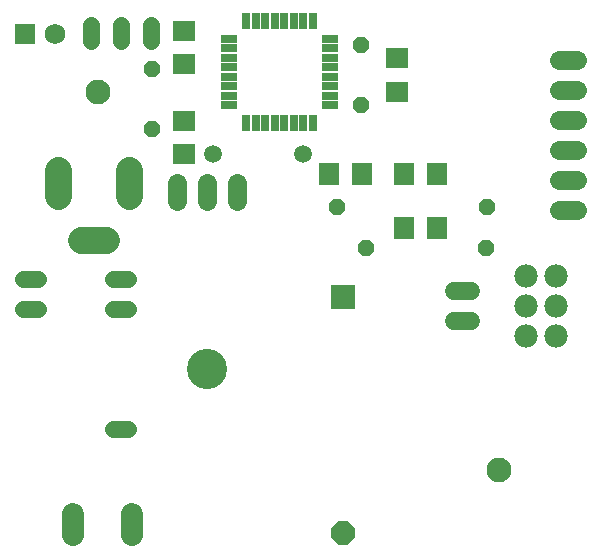
<source format=gbs>
G04 EAGLE Gerber RS-274X export*
G75*
%MOMM*%
%FSLAX34Y34*%
%LPD*%
%INBottom Solder Mask*%
%IPPOS*%
%AMOC8*
5,1,8,0,0,1.08239X$1,22.5*%
G01*
%ADD10C,2.101600*%
%ADD11C,1.509600*%
%ADD12P,1.539592X8X202.500000*%
%ADD13C,1.892300*%
%ADD14C,1.409600*%
%ADD15C,1.625600*%
%ADD16C,3.403600*%
%ADD17P,1.539592X8X112.500000*%
%ADD18R,1.752600X1.752600*%
%ADD19C,1.752600*%
%ADD20R,1.701600X1.904600*%
%ADD21R,1.904600X1.701600*%
%ADD22R,2.032000X2.032000*%
%ADD23P,2.199416X8X202.500000*%
%ADD24R,0.660400X1.371600*%
%ADD25R,1.371600X0.660400*%
%ADD26R,1.901600X1.701600*%
%ADD27C,1.981200*%
%ADD28P,1.539592X8X292.500000*%
%ADD29C,1.422400*%
%ADD30C,1.524000*%
%ADD31C,2.286000*%


D10*
X419680Y90020D03*
X79680Y410020D03*
D11*
X177640Y356800D03*
X253840Y356800D03*
D12*
X408700Y277260D03*
X307100Y277260D03*
D13*
X58820Y52134D02*
X58820Y34227D01*
X108820Y34227D02*
X108820Y52134D01*
D14*
X29400Y251460D02*
X16320Y251460D01*
X16320Y226060D02*
X29400Y226060D01*
X92520Y124460D02*
X105600Y124460D01*
X105600Y251460D02*
X92520Y251460D01*
X92520Y226060D02*
X105600Y226060D01*
D15*
X197420Y317500D02*
X197420Y332740D01*
X172020Y332740D02*
X172020Y317500D01*
X146620Y317500D02*
X146620Y332740D01*
D16*
X172020Y175260D03*
D17*
X125620Y378080D03*
X125620Y428880D03*
D18*
X17880Y459120D03*
D19*
X43280Y459120D03*
D15*
X469900Y309880D02*
X485140Y309880D01*
X485140Y335280D02*
X469900Y335280D01*
X469900Y360680D02*
X485140Y360680D01*
X485140Y386080D02*
X469900Y386080D01*
X469900Y411480D02*
X485140Y411480D01*
X485140Y436880D02*
X469900Y436880D01*
D20*
X367280Y294640D03*
X338840Y294640D03*
D21*
X332740Y409960D03*
X332740Y438400D03*
D22*
X287020Y236520D03*
D23*
X287020Y36520D03*
D20*
X367280Y340360D03*
X338840Y340360D03*
X275340Y340360D03*
X303780Y340360D03*
D24*
X261680Y383794D03*
X253680Y383794D03*
X245680Y383794D03*
X237680Y383794D03*
X229680Y383794D03*
X221680Y383794D03*
X213680Y383794D03*
X205680Y383794D03*
D25*
X190754Y398720D03*
X190754Y406720D03*
X190754Y414720D03*
X190754Y422720D03*
X190754Y430720D03*
X190754Y438720D03*
X190754Y446720D03*
X190754Y454720D03*
D24*
X205680Y469646D03*
X213680Y469646D03*
X221680Y469646D03*
X229680Y469646D03*
X237680Y469646D03*
X245680Y469646D03*
X253680Y469646D03*
X261680Y469646D03*
D25*
X276606Y454720D03*
X276606Y446720D03*
X276606Y438720D03*
X276606Y430720D03*
X276606Y422720D03*
X276606Y414720D03*
X276606Y406720D03*
X276606Y398720D03*
D26*
X152400Y433040D03*
X152400Y461040D03*
X152400Y384840D03*
X152400Y356840D03*
D27*
X467360Y203200D03*
X441960Y203200D03*
X467360Y228600D03*
X441960Y228600D03*
X467360Y254000D03*
X441960Y254000D03*
D28*
X302260Y449580D03*
X302260Y398780D03*
D12*
X408940Y312420D03*
X281940Y312420D03*
D29*
X73660Y453136D02*
X73660Y466344D01*
X124460Y466344D02*
X124460Y453136D01*
X99060Y453136D02*
X99060Y466344D01*
D30*
X381508Y215900D02*
X395732Y215900D01*
X395732Y241300D02*
X381508Y241300D01*
D31*
X87122Y284740D02*
X65278Y284740D01*
X46200Y321818D02*
X46200Y343662D01*
X106200Y343662D02*
X106200Y321818D01*
M02*

</source>
